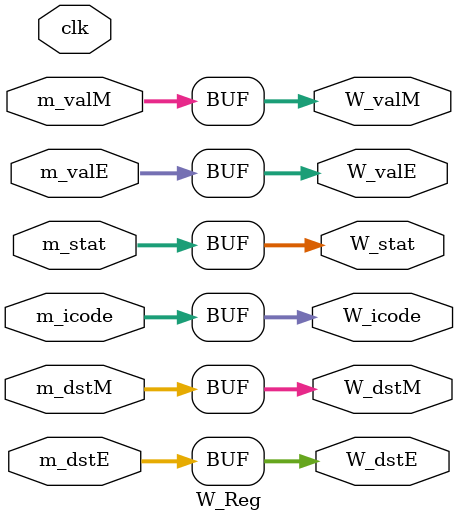
<source format=v>
module W_Reg(W_stat, W_icode, W_valE, W_valM, W_dstE, W_dstM, m_stat ,m_icode ,m_valE ,m_valM ,m_dstE ,m_dstM, clk);
    output reg [2:0] W_stat;
    output reg [3:0] W_icode;
    output reg [63:0] W_valM;
    output reg [63:0] W_valE;
    output reg [3:0] W_dstE;
    output reg [3:0] W_dstM;
    input [2:0] m_stat;
    input [3:0] m_icode;
    input [63:0] m_valE;
    input [63:0] m_valM;
    input [3:0] m_dstE;
    input [3:0] m_dstM;
    input clk;

    always @(*)
    begin
        W_stat = m_stat;
        W_icode = m_icode;
        W_valM = m_valM;
        W_valE = m_valE;
        W_dstE = m_dstE;
        W_dstM = m_dstM;
    end
endmodule
</source>
